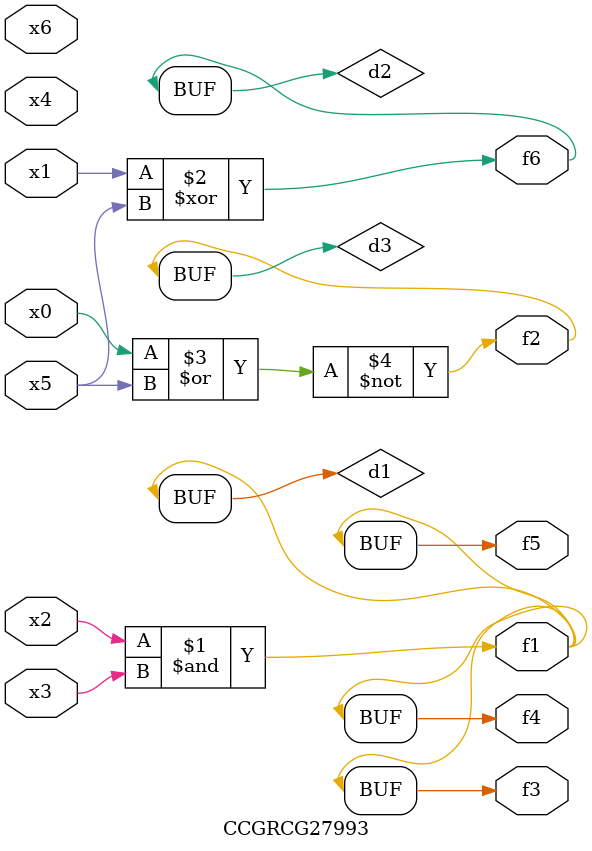
<source format=v>
module CCGRCG27993(
	input x0, x1, x2, x3, x4, x5, x6,
	output f1, f2, f3, f4, f5, f6
);

	wire d1, d2, d3;

	and (d1, x2, x3);
	xor (d2, x1, x5);
	nor (d3, x0, x5);
	assign f1 = d1;
	assign f2 = d3;
	assign f3 = d1;
	assign f4 = d1;
	assign f5 = d1;
	assign f6 = d2;
endmodule

</source>
